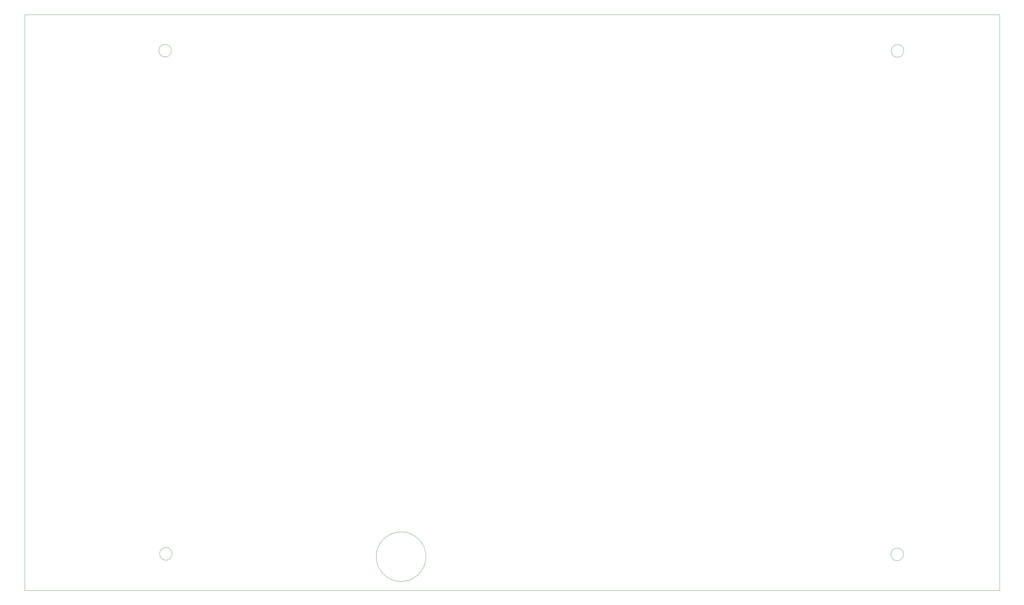
<source format=gbr>
G04 #@! TF.GenerationSoftware,KiCad,Pcbnew,9.0.0*
G04 #@! TF.CreationDate,2025-08-21T19:24:27+02:00*
G04 #@! TF.ProjectId,gdp,6764702e-6b69-4636-9164-5f7063625858,rev?*
G04 #@! TF.SameCoordinates,Original*
G04 #@! TF.FileFunction,Profile,NP*
%FSLAX46Y46*%
G04 Gerber Fmt 4.6, Leading zero omitted, Abs format (unit mm)*
G04 Created by KiCad (PCBNEW 9.0.0) date 2025-08-21 19:24:27*
%MOMM*%
%LPD*%
G01*
G04 APERTURE LIST*
G04 #@! TA.AperFunction,Profile*
%ADD10C,0.100000*%
G04 #@! TD*
G04 APERTURE END LIST*
D10*
X188843431Y-209062463D02*
G75*
G02*
X175044013Y-209062463I-6899709J0D01*
G01*
X175044013Y-209062463D02*
G75*
G02*
X188843431Y-209062463I6899709J0D01*
G01*
X321366949Y-208434883D02*
G75*
G02*
X317858757Y-208434883I-1754096J0D01*
G01*
X317858757Y-208434883D02*
G75*
G02*
X321366949Y-208434883I1754096J0D01*
G01*
X118234273Y-68432576D02*
G75*
G02*
X114726081Y-68432576I-1754096J0D01*
G01*
X114726081Y-68432576D02*
G75*
G02*
X118234273Y-68432576I1754096J0D01*
G01*
X321458773Y-68483842D02*
G75*
G02*
X317950581Y-68483842I-1754096J0D01*
G01*
X317950581Y-68483842D02*
G75*
G02*
X321458773Y-68483842I1754096J0D01*
G01*
X118443192Y-208280000D02*
G75*
G02*
X114935000Y-208280000I-1754096J0D01*
G01*
X114935000Y-208280000D02*
G75*
G02*
X118443192Y-208280000I1754096J0D01*
G01*
X77470000Y-58420000D02*
X347980000Y-58420000D01*
X347980000Y-218440000D01*
X77470000Y-218440000D01*
X77470000Y-58420000D01*
M02*

</source>
